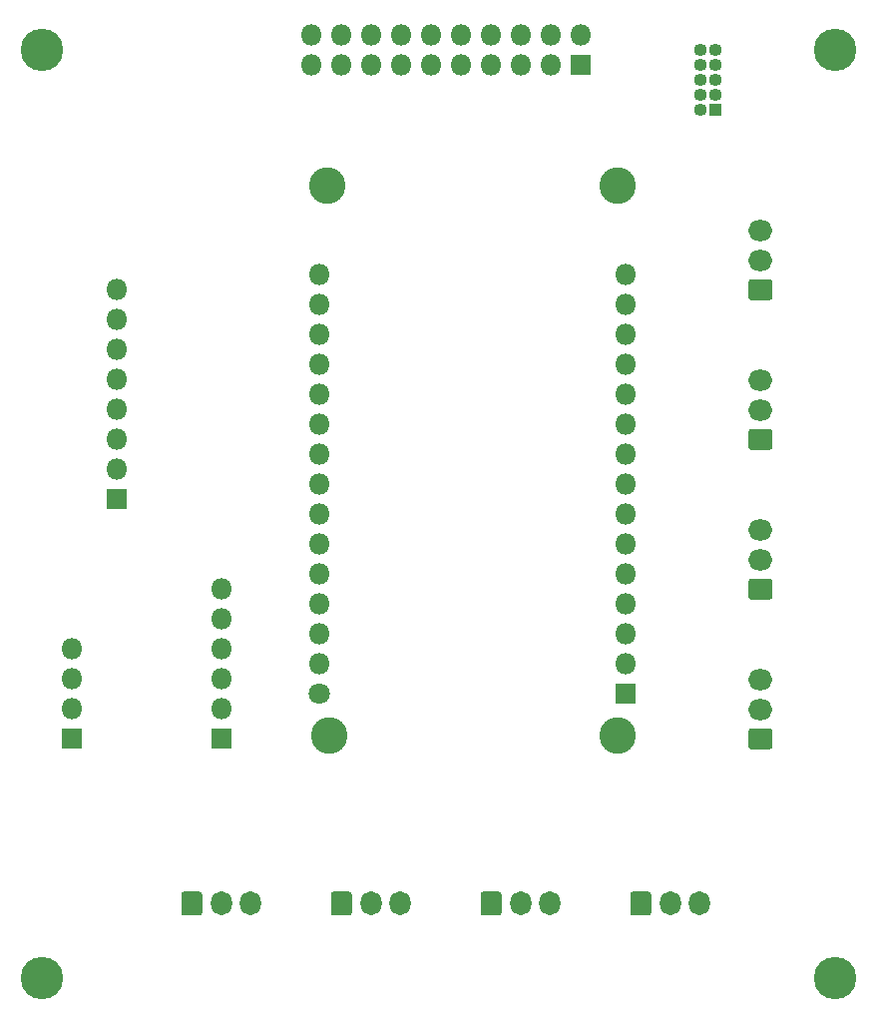
<source format=gbr>
%TF.GenerationSoftware,KiCad,Pcbnew,5.1.6*%
%TF.CreationDate,2020-08-26T17:45:01+02:00*%
%TF.ProjectId,PAF_controller,5041465f-636f-46e7-9472-6f6c6c65722e,rev?*%
%TF.SameCoordinates,Original*%
%TF.FileFunction,Soldermask,Bot*%
%TF.FilePolarity,Negative*%
%FSLAX46Y46*%
G04 Gerber Fmt 4.6, Leading zero omitted, Abs format (unit mm)*
G04 Created by KiCad (PCBNEW 5.1.6) date 2020-08-26 17:45:01*
%MOMM*%
%LPD*%
G01*
G04 APERTURE LIST*
%ADD10C,3.100000*%
%ADD11O,1.800000X1.800000*%
%ADD12C,1.800000*%
%ADD13R,1.800000X1.800000*%
%ADD14C,3.600000*%
%ADD15O,2.050000X1.800000*%
%ADD16O,1.800000X2.050000*%
%ADD17O,1.100000X1.100000*%
%ADD18R,1.100000X1.100000*%
G04 APERTURE END LIST*
D10*
%TO.C,E1*%
X120750000Y-67390000D03*
X145350000Y-67390000D03*
X145350000Y-113990000D03*
X120850000Y-113990000D03*
D11*
X120050000Y-97790000D03*
X120050000Y-102870000D03*
X120050000Y-87630000D03*
X120050000Y-77470000D03*
X120050000Y-82550000D03*
X120050000Y-100330000D03*
X120050000Y-80010000D03*
X120050000Y-105410000D03*
D12*
X120050000Y-110490000D03*
D11*
X120050000Y-90170000D03*
X120050000Y-92710000D03*
X120050000Y-85090000D03*
X120050000Y-95250000D03*
X120050000Y-107950000D03*
X120050000Y-74930000D03*
D13*
X146050000Y-110490000D03*
D11*
X146050000Y-107950000D03*
X146050000Y-105410000D03*
X146050000Y-102870000D03*
X146050000Y-100330000D03*
X146050000Y-97790000D03*
X146050000Y-95250000D03*
X146050000Y-92710000D03*
X146050000Y-90170000D03*
X146050000Y-87630000D03*
X146050000Y-85090000D03*
X146050000Y-82550000D03*
X146050000Y-80010000D03*
X146050000Y-77470000D03*
X146050000Y-74930000D03*
%TD*%
D14*
%TO.C,REF\u002A\u002A*%
X96520000Y-55880000D03*
%TD*%
%TO.C,REF\u002A\u002A*%
X96520000Y-134620000D03*
%TD*%
%TO.C,REF\u002A\u002A*%
X163830000Y-134620000D03*
%TD*%
%TO.C,REF\u002A\u002A*%
X163830000Y-55880000D03*
%TD*%
D15*
%TO.C,J13*%
X157480000Y-83900000D03*
X157480000Y-86400000D03*
G36*
G01*
X158240294Y-89800000D02*
X156719706Y-89800000D01*
G75*
G02*
X156455000Y-89535294I0J264706D01*
G01*
X156455000Y-88264706D01*
G75*
G02*
X156719706Y-88000000I264706J0D01*
G01*
X158240294Y-88000000D01*
G75*
G02*
X158505000Y-88264706I0J-264706D01*
G01*
X158505000Y-89535294D01*
G75*
G02*
X158240294Y-89800000I-264706J0D01*
G01*
G37*
%TD*%
D16*
%TO.C,J12*%
X139620000Y-128270000D03*
X137120000Y-128270000D03*
G36*
G01*
X133720000Y-129030294D02*
X133720000Y-127509706D01*
G75*
G02*
X133984706Y-127245000I264706J0D01*
G01*
X135255294Y-127245000D01*
G75*
G02*
X135520000Y-127509706I0J-264706D01*
G01*
X135520000Y-129030294D01*
G75*
G02*
X135255294Y-129295000I-264706J0D01*
G01*
X133984706Y-129295000D01*
G75*
G02*
X133720000Y-129030294I0J264706D01*
G01*
G37*
%TD*%
D15*
%TO.C,J11*%
X157480000Y-71200000D03*
X157480000Y-73700000D03*
G36*
G01*
X158240294Y-77100000D02*
X156719706Y-77100000D01*
G75*
G02*
X156455000Y-76835294I0J264706D01*
G01*
X156455000Y-75564706D01*
G75*
G02*
X156719706Y-75300000I264706J0D01*
G01*
X158240294Y-75300000D01*
G75*
G02*
X158505000Y-75564706I0J-264706D01*
G01*
X158505000Y-76835294D01*
G75*
G02*
X158240294Y-77100000I-264706J0D01*
G01*
G37*
%TD*%
D16*
%TO.C,J10*%
X114220000Y-128270000D03*
X111720000Y-128270000D03*
G36*
G01*
X108320000Y-129030294D02*
X108320000Y-127509706D01*
G75*
G02*
X108584706Y-127245000I264706J0D01*
G01*
X109855294Y-127245000D01*
G75*
G02*
X110120000Y-127509706I0J-264706D01*
G01*
X110120000Y-129030294D01*
G75*
G02*
X109855294Y-129295000I-264706J0D01*
G01*
X108584706Y-129295000D01*
G75*
G02*
X108320000Y-129030294I0J264706D01*
G01*
G37*
%TD*%
%TO.C,J9*%
X126920000Y-128270000D03*
X124420000Y-128270000D03*
G36*
G01*
X121020000Y-129030294D02*
X121020000Y-127509706D01*
G75*
G02*
X121284706Y-127245000I264706J0D01*
G01*
X122555294Y-127245000D01*
G75*
G02*
X122820000Y-127509706I0J-264706D01*
G01*
X122820000Y-129030294D01*
G75*
G02*
X122555294Y-129295000I-264706J0D01*
G01*
X121284706Y-129295000D01*
G75*
G02*
X121020000Y-129030294I0J264706D01*
G01*
G37*
%TD*%
%TO.C,J8*%
X152320000Y-128270000D03*
X149820000Y-128270000D03*
G36*
G01*
X146420000Y-129030294D02*
X146420000Y-127509706D01*
G75*
G02*
X146684706Y-127245000I264706J0D01*
G01*
X147955294Y-127245000D01*
G75*
G02*
X148220000Y-127509706I0J-264706D01*
G01*
X148220000Y-129030294D01*
G75*
G02*
X147955294Y-129295000I-264706J0D01*
G01*
X146684706Y-129295000D01*
G75*
G02*
X146420000Y-129030294I0J264706D01*
G01*
G37*
%TD*%
D15*
%TO.C,J7*%
X157480000Y-96600000D03*
X157480000Y-99100000D03*
G36*
G01*
X158240294Y-102500000D02*
X156719706Y-102500000D01*
G75*
G02*
X156455000Y-102235294I0J264706D01*
G01*
X156455000Y-100964706D01*
G75*
G02*
X156719706Y-100700000I264706J0D01*
G01*
X158240294Y-100700000D01*
G75*
G02*
X158505000Y-100964706I0J-264706D01*
G01*
X158505000Y-102235294D01*
G75*
G02*
X158240294Y-102500000I-264706J0D01*
G01*
G37*
%TD*%
%TO.C,J6*%
X157480000Y-109300000D03*
X157480000Y-111800000D03*
G36*
G01*
X158240294Y-115200000D02*
X156719706Y-115200000D01*
G75*
G02*
X156455000Y-114935294I0J264706D01*
G01*
X156455000Y-113664706D01*
G75*
G02*
X156719706Y-113400000I264706J0D01*
G01*
X158240294Y-113400000D01*
G75*
G02*
X158505000Y-113664706I0J-264706D01*
G01*
X158505000Y-114935294D01*
G75*
G02*
X158240294Y-115200000I-264706J0D01*
G01*
G37*
%TD*%
D11*
%TO.C,J5*%
X102870000Y-76200000D03*
X102870000Y-78740000D03*
X102870000Y-81280000D03*
X102870000Y-83820000D03*
X102870000Y-86360000D03*
X102870000Y-88900000D03*
X102870000Y-91440000D03*
D13*
X102870000Y-93980000D03*
%TD*%
D11*
%TO.C,J4*%
X99060000Y-106680000D03*
X99060000Y-109220000D03*
X99060000Y-111760000D03*
D13*
X99060000Y-114300000D03*
%TD*%
D11*
%TO.C,J3*%
X111760000Y-101600000D03*
X111760000Y-104140000D03*
X111760000Y-106680000D03*
X111760000Y-109220000D03*
X111760000Y-111760000D03*
D13*
X111760000Y-114300000D03*
%TD*%
D11*
%TO.C,J2*%
X119380000Y-54610000D03*
X119380000Y-57150000D03*
X121920000Y-54610000D03*
X121920000Y-57150000D03*
X124460000Y-54610000D03*
X124460000Y-57150000D03*
X127000000Y-54610000D03*
X127000000Y-57150000D03*
X129540000Y-54610000D03*
X129540000Y-57150000D03*
X132080000Y-54610000D03*
X132080000Y-57150000D03*
X134620000Y-54610000D03*
X134620000Y-57150000D03*
X137160000Y-54610000D03*
X137160000Y-57150000D03*
X139700000Y-54610000D03*
X139700000Y-57150000D03*
X142240000Y-54610000D03*
D13*
X142240000Y-57150000D03*
%TD*%
D17*
%TO.C,J1*%
X152400000Y-55880000D03*
X153670000Y-55880000D03*
X152400000Y-57150000D03*
X153670000Y-57150000D03*
X152400000Y-58420000D03*
X153670000Y-58420000D03*
X152400000Y-59690000D03*
X153670000Y-59690000D03*
X152400000Y-60960000D03*
D18*
X153670000Y-60960000D03*
%TD*%
M02*

</source>
